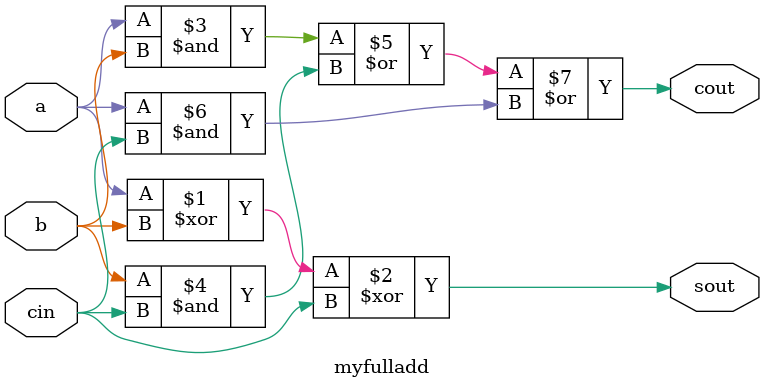
<source format=v>
module myfulladd(a,b,cin,sout,cout);
	input a,b,cin;
	output sout,cout;
	
	assign sout = a ^ b ^ cin;
	assign cout = (a & b) | (b & cin) | (a & cin);
endmodule
</source>
